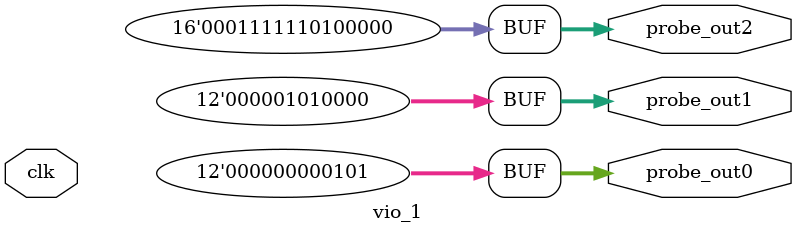
<source format=v>
`timescale 1ns / 1ps
module vio_1 (
clk,

probe_out0,
probe_out1,
probe_out2
);

input clk;

output reg [11 : 0] probe_out0 = 'h005 ;
output reg [11 : 0] probe_out1 = 'h050 ;
output reg [15 : 0] probe_out2 = 'h1fa0 ;


endmodule

</source>
